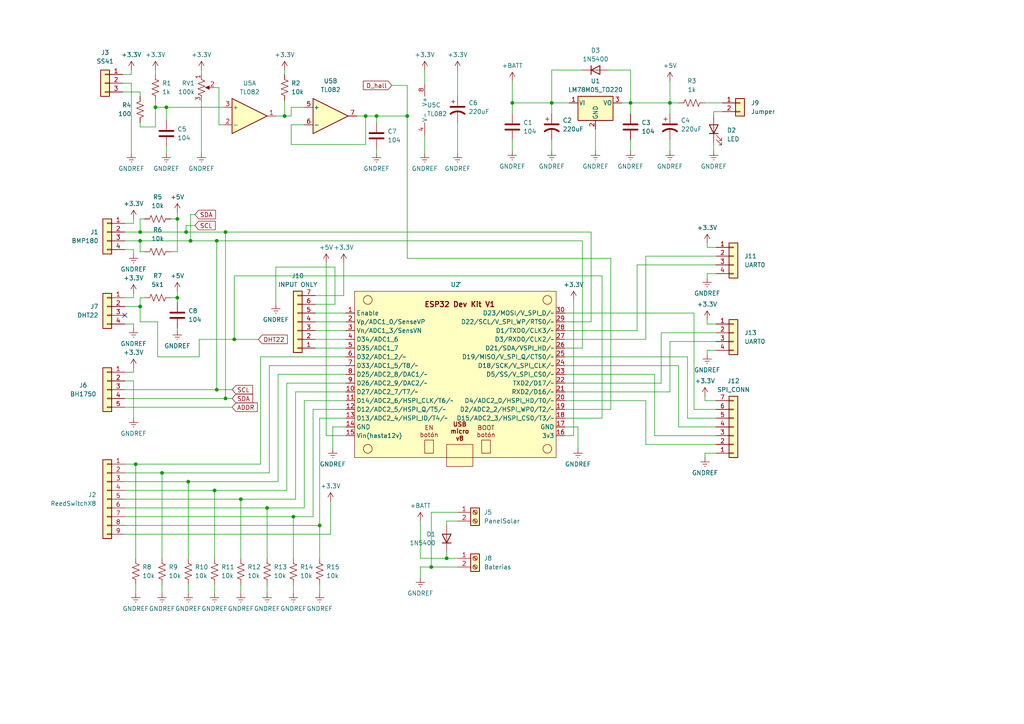
<source format=kicad_sch>
(kicad_sch (version 20230121) (generator eeschema)
  (paper "A4")
  (lib_symbols
    (symbol "Amplifier_Operational:TL082" (pin_names (offset 0.127))
      (property "Reference" "U" (at 0 5.08 0))
      (property "Value" "TL082" (at 0 -5.08 0))
      (symbol "TL082_1_1"
        (pin output line (at 7.62 0 180) (length 2.54) (name "~") (number "1"))
        (pin input line (at -7.62 -2.54 0) (length 2.54) (name "-") (number "2"))
        (pin input line (at -7.62 2.54 0) (length 2.54) (name "+") (number "3"))
      )
      (symbol "TL082_2_1"
        (pin input line (at -7.62 2.54 0) (length 2.54) (name "+") (number "5"))
        (pin input line (at -7.62 -2.54 0) (length 2.54) (name "-") (number "6"))
        (pin output line (at 7.62 0 180) (length 2.54) (name "~") (number "7"))
      )
      (symbol "TL082_3_1"
        (pin power_in line (at -2.54 -7.62 90) (length 3.81) (name "V-") (number "4"))
        (pin power_in line (at -2.54 7.62 270) (length 3.81) (name "V+") (number "8"))
      )
    )
    (symbol "Connector:Screw_Terminal_01x02" (pin_names (offset 1.016) hide)
      (property "Reference" "J" (at 0 2.54 0))
      (property "Value" "Screw_Terminal_01x02" (at 0 -5.08 0))
      (symbol "Screw_Terminal_01x02_1_1"
        (pin passive line (at -5.08 0 0) (length 3.81) (name "Pin_1") (number "1"))
        (pin passive line (at -5.08 -2.54 0) (length 3.81) (name "Pin_2") (number "2"))
      )
    )
    (symbol "Connector_Generic:Conn_01x02" (pin_names (offset 1.016) hide)
      (property "Reference" "J" (at 0 2.54 0))
      (property "Value" "Conn_01x02" (at 0 -5.08 0))
      (symbol "Conn_01x02_1_1"
        (pin passive line (at -5.08 0 0) (length 3.81) (name "Pin_1") (number "1"))
        (pin passive line (at -5.08 -2.54 0) (length 3.81) (name "Pin_2") (number "2"))
      )
    )
    (symbol "Connector_Generic:Conn_01x03" (pin_names (offset 1.016) hide)
      (property "Reference" "J" (at 0 5.08 0))
      (property "Value" "Conn_01x03" (at 0 -5.08 0))
      (symbol "Conn_01x03_1_1"
        (pin passive line (at -5.08 2.54 0) (length 3.81) (name "Pin_1") (number "1"))
        (pin passive line (at -5.08 0 0) (length 3.81) (name "Pin_2") (number "2"))
        (pin passive line (at -5.08 -2.54 0) (length 3.81) (name "Pin_3") (number "3"))
      )
    )
    (symbol "Connector_Generic:Conn_01x04" (pin_names (offset 1.016) hide)
      (property "Reference" "J" (at 0 5.08 0))
      (property "Value" "Conn_01x04" (at 0 -7.62 0))
      (symbol "Conn_01x04_1_1"
        (pin passive line (at -5.08 2.54 0) (length 3.81) (name "Pin_1") (number "1"))
        (pin passive line (at -5.08 0 0) (length 3.81) (name "Pin_2") (number "2"))
        (pin passive line (at -5.08 -2.54 0) (length 3.81) (name "Pin_3") (number "3"))
        (pin passive line (at -5.08 -5.08 0) (length 3.81) (name "Pin_4") (number "4"))
      )
    )
    (symbol "Connector_Generic:Conn_01x05" (pin_names (offset 1.016) hide)
      (property "Reference" "J" (at 0 7.62 0))
      (property "Value" "Conn_01x05" (at 0 -7.62 0))
      (symbol "Conn_01x05_1_1"
        (pin passive line (at -5.08 5.08 0) (length 3.81) (name "Pin_1") (number "1"))
        (pin passive line (at -5.08 2.54 0) (length 3.81) (name "Pin_2") (number "2"))
        (pin passive line (at -5.08 0 0) (length 3.81) (name "Pin_3") (number "3"))
        (pin passive line (at -5.08 -2.54 0) (length 3.81) (name "Pin_4") (number "4"))
        (pin passive line (at -5.08 -5.08 0) (length 3.81) (name "Pin_5") (number "5"))
      )
    )
    (symbol "Connector_Generic:Conn_01x07" (pin_names (offset 1.016) hide)
      (property "Reference" "J" (at 0 10.16 0))
      (property "Value" "Conn_01x07" (at 0 -10.16 0))
      (symbol "Conn_01x07_1_1"
        (pin passive line (at -5.08 7.62 0) (length 3.81) (name "Pin_1") (number "1"))
        (pin passive line (at -5.08 5.08 0) (length 3.81) (name "Pin_2") (number "2"))
        (pin passive line (at -5.08 2.54 0) (length 3.81) (name "Pin_3") (number "3"))
        (pin passive line (at -5.08 0 0) (length 3.81) (name "Pin_4") (number "4"))
        (pin passive line (at -5.08 -2.54 0) (length 3.81) (name "Pin_5") (number "5"))
        (pin passive line (at -5.08 -5.08 0) (length 3.81) (name "Pin_6") (number "6"))
        (pin passive line (at -5.08 -7.62 0) (length 3.81) (name "Pin_7") (number "7"))
      )
    )
    (symbol "Connector_Generic:Conn_01x09" (pin_names (offset 1.016) hide)
      (property "Reference" "J" (at 0 12.7 0))
      (property "Value" "Conn_01x09" (at 0 -12.7 0))
      (symbol "Conn_01x09_1_1"
        (pin passive line (at -5.08 10.16 0) (length 3.81) (name "Pin_1") (number "1"))
        (pin passive line (at -5.08 7.62 0) (length 3.81) (name "Pin_2") (number "2"))
        (pin passive line (at -5.08 5.08 0) (length 3.81) (name "Pin_3") (number "3"))
        (pin passive line (at -5.08 2.54 0) (length 3.81) (name "Pin_4") (number "4"))
        (pin passive line (at -5.08 0 0) (length 3.81) (name "Pin_5") (number "5"))
        (pin passive line (at -5.08 -2.54 0) (length 3.81) (name "Pin_6") (number "6"))
        (pin passive line (at -5.08 -5.08 0) (length 3.81) (name "Pin_7") (number "7"))
        (pin passive line (at -5.08 -7.62 0) (length 3.81) (name "Pin_8") (number "8"))
        (pin passive line (at -5.08 -10.16 0) (length 3.81) (name "Pin_9") (number "9"))
      )
    )
    (symbol "Device:C" (pin_numbers hide) (pin_names (offset 0.254))
      (property "Reference" "C" (at 0.635 2.54 0))
      (property "Value" "C" (at 0.635 -2.54 0))
      (symbol "C_1_1"
        (pin passive line (at 0 3.81 270) (length 2.794) (name "~") (number "1"))
        (pin passive line (at 0 -3.81 90) (length 2.794) (name "~") (number "2"))
      )
    )
    (symbol "Device:C_Polarized_US" (pin_numbers hide) (pin_names (offset 0.254) hide)
      (property "Reference" "C" (at 0.635 2.54 0))
      (property "Value" "C_Polarized_US" (at 0.635 -2.54 0))
      (symbol "C_Polarized_US_1_1"
        (pin passive line (at 0 3.81 270) (length 2.794) (name "~") (number "1"))
        (pin passive line (at 0 -3.81 90) (length 3.302) (name "~") (number "2"))
      )
    )
    (symbol "Device:LED" (pin_numbers hide) (pin_names (offset 1.016) hide)
      (property "Reference" "D" (at 0 2.54 0))
      (property "Value" "LED" (at 0 -2.54 0))
      (symbol "LED_1_1"
        (pin passive line (at -3.81 0 0) (length 2.54) (name "K") (number "1"))
        (pin passive line (at 3.81 0 180) (length 2.54) (name "A") (number "2"))
      )
    )
    (symbol "Device:R_Potentiometer_US" (pin_names (offset 1.016) hide)
      (property "Reference" "RV" (at -4.445 0 90))
      (property "Value" "R_Potentiometer_US" (at -2.54 0 90))
      (symbol "R_Potentiometer_US_1_1"
        (pin passive line (at 0 3.81 270) (length 1.27) (name "1") (number "1"))
        (pin passive line (at 3.81 0 180) (length 1.27) (name "2") (number "2"))
        (pin passive line (at 0 -3.81 90) (length 1.27) (name "3") (number "3"))
      )
    )
    (symbol "Device:R_US" (pin_numbers hide) (pin_names (offset 0))
      (property "Reference" "R" (at 2.54 0 90))
      (property "Value" "R_US" (at -2.54 0 90))
      (symbol "R_US_1_1"
        (pin passive line (at 0 3.81 270) (length 1.27) (name "~") (number "1"))
        (pin passive line (at 0 -3.81 90) (length 1.27) (name "~") (number "2"))
      )
    )
    (symbol "Diode:1N5400" (pin_numbers hide) (pin_names hide)
      (property "Reference" "D" (at 0 2.54 0))
      (property "Value" "1N5400" (at 0 -2.54 0))
      (symbol "1N5400_1_1"
        (pin passive line (at -3.81 0 0) (length 2.54) (name "K") (number "1"))
        (pin passive line (at 3.81 0 180) (length 2.54) (name "A") (number "2"))
      )
    )
    (symbol "EME:ESP32_DevKit_V1"
      (property "Reference" "U" (at 0 0 0))
      (symbol "ESP32_DevKit_V1_1_1"
        (text "BOOT\nbotón\n" (at 7.62 -43.18 0) (effects (font (size 1.27 1.27))))
        (text "EN\nbotón\n" (at -8.89 -43.18 0) (effects (font (size 1.27 1.27))))
        (text "ESP32 Dev Kit V1\n" (at 0 -6.35 0) (effects (font (size 1.5 1.5) bold)))
        (text "USB\nmicro\nv8\n" (at 0 -43.18 0) (effects (font (size 1.27 1.27) bold)))
        (pin input line (at -33.02 -8.89 0) (length 2.54) (name "Enable") (number "1"))
        (pin bidirectional line (at -33.02 -31.75 0) (length 2.54) (name "D27/ADC2_7/T7/~") (number "10"))
        (pin bidirectional line (at -33.02 -34.29 0) (length 2.54) (name "D14/ADC2_6/HSPI_CLK/T6/~") (number "11"))
        (pin bidirectional line (at -33.02 -36.83 0) (length 2.54) (name "D12/ADC2_5/HSPI_Q/T5/~") (number "12"))
        (pin bidirectional line (at -33.02 -39.37 0) (length 2.54) (name "D13/ADC2_4/HSPI_ID/T4/~") (number "13"))
        (pin power_out line (at -33.02 -41.91 0) (length 2.54) (name "GND") (number "14"))
        (pin power_in line (at -33.02 -44.45 0) (length 2.54) (name "Vin(hasta12v)") (number "15"))
        (pin power_out line (at 30.48 -44.45 180) (length 2.54) (name "3v3") (number "16"))
        (pin power_in line (at 30.48 -41.91 180) (length 2.54) (name "GND") (number "17"))
        (pin bidirectional line (at 30.48 -39.37 180) (length 2.54) (name "D15/ADC2_3/HSPI_CS0/T3/~") (number "18"))
        (pin bidirectional line (at 30.48 -36.83 180) (length 2.54) (name "D2/ADC2_2/HSPI_WP0/T2/~") (number "19"))
        (pin input line (at -33.02 -11.43 0) (length 2.54) (name "Vp/ADC1_0/SenseVP") (number "2"))
        (pin bidirectional line (at 30.48 -34.29 180) (length 2.54) (name "D4/ADC2_0/HSPI_HD/T0/~") (number "20"))
        (pin bidirectional line (at 30.48 -31.75 180) (length 2.54) (name "RXD2/D16/~") (number "21"))
        (pin bidirectional line (at 30.48 -29.21 180) (length 2.54) (name "TXD2/D17/~") (number "22"))
        (pin bidirectional line (at 30.48 -26.67 180) (length 2.54) (name "D5/SS/V_SPI_CS0/~") (number "23"))
        (pin bidirectional line (at 30.48 -24.13 180) (length 2.54) (name "D18/SCK/V_SPI_CLK/~") (number "24"))
        (pin bidirectional line (at 30.48 -21.59 180) (length 2.54) (name "D19/MISO/V_SPI_Q/CTS0/~") (number "25"))
        (pin bidirectional line (at 30.48 -19.05 180) (length 2.54) (name "D21/SDA/VSPI_HD/~") (number "26"))
        (pin bidirectional line (at 30.48 -16.51 180) (length 2.54) (name "D3/RXD0/CLK2/~") (number "27"))
        (pin bidirectional line (at 30.48 -13.97 180) (length 2.54) (name "D1/TXD0/CLK3/~") (number "28"))
        (pin bidirectional line (at 30.48 -11.43 180) (length 2.54) (name "D22/SCL/V_SPI_WP/RTS0/~") (number "29"))
        (pin input line (at -33.02 -13.97 0) (length 2.54) (name "Vn/ADC1_3/SensVN") (number "3"))
        (pin bidirectional line (at 30.48 -8.89 180) (length 2.54) (name "D23/MOSI/V_SPI_D/~") (number "30"))
        (pin input line (at -33.02 -16.51 0) (length 2.54) (name "D34/ADC1_6") (number "4"))
        (pin input line (at -33.02 -19.05 0) (length 2.54) (name "D35/ADC1_7") (number "5"))
        (pin bidirectional line (at -33.02 -21.59 0) (length 2.54) (name "D32/ADC1_2/~") (number "6"))
        (pin bidirectional line (at -33.02 -24.13 0) (length 2.54) (name "D33/ADC1_5/T8/~") (number "7"))
        (pin bidirectional line (at -33.02 -26.67 0) (length 2.54) (name "D25/ADC2_8/DAC1/~") (number "8"))
        (pin bidirectional line (at -33.02 -29.21 0) (length 2.54) (name "D26/ADC2_9/DAC2/~") (number "9"))
      )
    )
    (symbol "Regulator_Linear:LM78M05_TO220" (pin_names (offset 0.254))
      (property "Reference" "U" (at -3.81 3.175 0))
      (property "Value" "LM78M05_TO220" (at 0 3.175 0))
      (symbol "LM78M05_TO220_1_1"
        (pin power_in line (at -7.62 0 0) (length 2.54) (name "VI") (number "1"))
        (pin power_in line (at 0 -7.62 90) (length 2.54) (name "GND") (number "2"))
        (pin power_out line (at 7.62 0 180) (length 2.54) (name "VO") (number "3"))
      )
    )
    (symbol "power:+3.3V" (power) (pin_names (offset 0))
      (property "Value" "+3.3V" (at 0 3.556 0))
      (symbol "+3.3V_1_1"
        (pin power_in line (at 0 0 90) (length 0) hide (name "+3.3V") (number "1"))
      )
    )
    (symbol "power:+5V" (power) (pin_names (offset 0))
      (property "Value" "+5V" (at 0 3.556 0))
      (symbol "+5V_1_1"
        (pin power_in line (at 0 0 90) (length 0) hide (name "+5V") (number "1"))
      )
    )
    (symbol "power:+BATT" (power) (pin_names (offset 0))
      (property "Value" "+BATT" (at 0 3.556 0))
      (symbol "+BATT_1_1"
        (pin power_in line (at 0 0 90) (length 0) hide (name "+BATT") (number "1"))
      )
    )
    (symbol "power:GNDREF" (power) (pin_names (offset 0))
      (property "Value" "GNDREF" (at 0 -3.81 0))
      (symbol "GNDREF_1_1"
        (pin power_in line (at 0 0 270) (length 0) hide (name "GNDREF") (number "1"))
      )
    )
  )
  (junction (at 85.09 149.86))
  (junction (at 92.71 152.4))
  (junction (at 48.26 31.115))
  (junction (at 53.975 67.31))
  (junction (at 148.59 29.845))
  (junction (at 77.47 147.32))
  (junction (at 62.865 113.03))
  (junction (at 160.02 29.845))
  (junction (at 40.64 67.31))
  (junction (at 40.64 69.85))
  (junction (at 46.99 137.16))
  (junction (at 62.865 69.85))
  (junction (at 67.945 98.425))
  (junction (at 51.435 86.36))
  (junction (at 129.54 161.925))
  (junction (at 106.045 33.655))
  (junction (at 65.405 67.31))
  (junction (at 182.88 29.845))
  (junction (at 62.23 142.24))
  (junction (at 54.61 139.7))
  (junction (at 118.11 33.655))
  (junction (at 82.55 33.655))
  (junction (at 125.095 164.465))
  (junction (at 65.405 115.57))
  (junction (at 109.22 33.655))
  (junction (at 55.245 69.85))
  (junction (at 69.85 144.78))
  (junction (at 40.64 88.9))
  (junction (at 51.435 63.5))
  (junction (at 39.37 134.62))
  (junction (at 45.085 31.115))
  (junction (at 194.31 29.845))
  (no_connect (at 36.195 91.44))
  (wire (pts (xy 53.975 65.405) (xy 53.975 67.31)))
  (wire (pts (xy 36.195 115.57) (xy 65.405 115.57)))
  (wire (pts (xy 91.44 93.345) (xy 100.33 93.345)))
  (wire (pts (xy 184.785 76.835) (xy 207.645 76.835)))
  (wire (pts (xy 125.095 148.59) (xy 125.095 164.465)))
  (wire (pts (xy 62.23 142.24) (xy 62.23 161.925)))
  (wire (pts (xy 38.735 86.36) (xy 36.195 86.36)))
  (wire (pts (xy 80.645 139.7) (xy 80.645 108.585)))
  (wire (pts (xy 84.455 33.655) (xy 82.55 33.655)))
  (wire (pts (xy 85.09 169.545) (xy 85.09 172.085)))
  (wire (pts (xy 51.435 73.025) (xy 51.435 63.5)))
  (wire (pts (xy 36.195 134.62) (xy 39.37 134.62)))
  (wire (pts (xy 62.865 69.85) (xy 62.865 113.03)))
  (wire (pts (xy 95.885 145.415) (xy 95.885 154.94)))
  (wire (pts (xy 160.02 40.64) (xy 160.02 43.815)))
  (wire (pts (xy 36.195 149.86) (xy 85.09 149.86)))
  (wire (pts (xy 121.92 164.465) (xy 121.92 167.64)))
  (wire (pts (xy 163.83 106.045) (xy 196.85 106.045)))
  (wire (pts (xy 91.44 95.885) (xy 100.33 95.885)))
  (wire (pts (xy 80.645 108.585) (xy 100.33 108.585)))
  (wire (pts (xy 194.31 29.845) (xy 196.85 29.845)))
  (wire (pts (xy 41.91 63.5) (xy 40.64 63.5)))
  (wire (pts (xy 106.045 33.655) (xy 103.505 33.655)))
  (wire (pts (xy 82.55 20.32) (xy 82.55 21.59)))
  (wire (pts (xy 123.19 39.37) (xy 123.19 44.45)))
  (wire (pts (xy 194.31 40.64) (xy 194.31 43.815)))
  (wire (pts (xy 129.54 151.13) (xy 129.54 152.4)))
  (wire (pts (xy 36.195 147.32) (xy 77.47 147.32)))
  (wire (pts (xy 109.22 33.655) (xy 109.22 35.56)))
  (wire (pts (xy 69.85 144.78) (xy 69.85 161.925)))
  (wire (pts (xy 88.265 147.32) (xy 88.265 116.205)))
  (wire (pts (xy 171.45 93.345) (xy 171.45 67.31)))
  (wire (pts (xy 85.725 144.78) (xy 85.725 113.665)))
  (wire (pts (xy 41.91 73.025) (xy 40.64 73.025)))
  (wire (pts (xy 132.715 148.59) (xy 125.095 148.59)))
  (wire (pts (xy 69.85 169.545) (xy 69.85 172.085)))
  (wire (pts (xy 78.105 106.045) (xy 100.33 106.045)))
  (wire (pts (xy 57.785 98.425) (xy 67.945 98.425)))
  (wire (pts (xy 38.735 107.95) (xy 36.195 107.95)))
  (wire (pts (xy 118.11 74.93) (xy 118.11 33.655)))
  (wire (pts (xy 96.52 123.825) (xy 96.52 130.175)))
  (wire (pts (xy 65.405 115.57) (xy 67.31 115.57)))
  (wire (pts (xy 194.31 33.02) (xy 194.31 29.845)))
  (wire (pts (xy 75.565 103.505) (xy 100.33 103.505)))
  (wire (pts (xy 182.88 29.845) (xy 182.88 33.02)))
  (wire (pts (xy 36.195 118.11) (xy 67.31 118.11)))
  (wire (pts (xy 205.105 93.98) (xy 207.645 93.98)))
  (wire (pts (xy 168.91 69.85) (xy 62.865 69.85)))
  (wire (pts (xy 91.44 100.965) (xy 100.33 100.965)))
  (wire (pts (xy 46.99 137.16) (xy 78.105 137.16)))
  (wire (pts (xy 109.22 43.18) (xy 109.22 44.45)))
  (wire (pts (xy 125.095 164.465) (xy 121.92 164.465)))
  (wire (pts (xy 38.1 24.13) (xy 38.1 44.45)))
  (wire (pts (xy 38.1 20.32) (xy 38.1 21.59)))
  (wire (pts (xy 91.44 90.805) (xy 100.33 90.805)))
  (wire (pts (xy 96.52 123.825) (xy 100.33 123.825)))
  (wire (pts (xy 204.47 116.205) (xy 207.645 116.205)))
  (wire (pts (xy 62.865 69.85) (xy 55.245 69.85)))
  (wire (pts (xy 77.47 169.545) (xy 77.47 172.085)))
  (wire (pts (xy 184.785 95.885) (xy 184.785 76.835)))
  (wire (pts (xy 118.11 24.765) (xy 118.11 33.655)))
  (wire (pts (xy 77.47 147.32) (xy 77.47 161.925)))
  (wire (pts (xy 40.64 67.31) (xy 53.975 67.31)))
  (wire (pts (xy 91.44 98.425) (xy 100.33 98.425)))
  (wire (pts (xy 204.47 29.845) (xy 209.55 29.845)))
  (wire (pts (xy 172.72 37.465) (xy 172.72 43.815)))
  (wire (pts (xy 163.83 121.285) (xy 174.625 121.285)))
  (wire (pts (xy 163.83 116.205) (xy 187.325 116.205)))
  (wire (pts (xy 191.77 96.52) (xy 191.77 111.125)))
  (wire (pts (xy 38.735 72.39) (xy 38.735 73.66)))
  (wire (pts (xy 168.91 20.32) (xy 160.02 20.32)))
  (wire (pts (xy 40.64 26.67) (xy 40.64 27.94)))
  (wire (pts (xy 56.515 65.405) (xy 53.975 65.405)))
  (wire (pts (xy 63.5 25.4) (xy 62.23 25.4)))
  (wire (pts (xy 174.625 80.01) (xy 67.945 80.01)))
  (wire (pts (xy 35.56 24.13) (xy 38.1 24.13)))
  (wire (pts (xy 54.61 139.7) (xy 80.645 139.7)))
  (wire (pts (xy 78.105 137.16) (xy 78.105 106.045)))
  (wire (pts (xy 163.83 118.745) (xy 177.165 118.745)))
  (wire (pts (xy 48.26 31.115) (xy 45.085 31.115)))
  (wire (pts (xy 36.195 152.4) (xy 92.71 152.4)))
  (wire (pts (xy 207.645 79.375) (xy 205.105 79.375)))
  (wire (pts (xy 196.85 106.045) (xy 196.85 123.825)))
  (wire (pts (xy 207.645 126.365) (xy 189.865 126.365)))
  (wire (pts (xy 62.23 142.24) (xy 83.185 142.24)))
  (wire (pts (xy 205.105 70.485) (xy 205.105 71.755)))
  (wire (pts (xy 163.83 95.885) (xy 184.785 95.885)))
  (wire (pts (xy 85.725 113.665) (xy 100.33 113.665)))
  (wire (pts (xy 36.195 67.31) (xy 40.64 67.31)))
  (wire (pts (xy 54.61 139.7) (xy 54.61 161.925)))
  (wire (pts (xy 207.01 41.275) (xy 207.01 43.815)))
  (wire (pts (xy 205.105 101.6) (xy 205.105 102.87)))
  (wire (pts (xy 58.42 29.21) (xy 58.42 44.45)))
  (wire (pts (xy 167.64 123.825) (xy 167.64 130.175)))
  (wire (pts (xy 67.945 98.425) (xy 74.93 98.425)))
  (wire (pts (xy 182.88 40.64) (xy 182.88 43.815)))
  (wire (pts (xy 166.37 126.365) (xy 163.83 126.365)))
  (wire (pts (xy 205.105 71.755) (xy 207.645 71.755)))
  (wire (pts (xy 83.185 111.125) (xy 100.33 111.125)))
  (wire (pts (xy 41.91 86.36) (xy 40.64 86.36)))
  (wire (pts (xy 148.59 33.02) (xy 148.59 29.845)))
  (wire (pts (xy 92.71 169.545) (xy 92.71 172.085)))
  (wire (pts (xy 90.805 118.745) (xy 100.33 118.745)))
  (wire (pts (xy 123.19 20.32) (xy 123.19 24.13)))
  (wire (pts (xy 125.095 164.465) (xy 132.715 164.465)))
  (wire (pts (xy 160.02 20.32) (xy 160.02 29.845)))
  (wire (pts (xy 207.01 32.385) (xy 207.01 33.655)))
  (wire (pts (xy 45.085 36.83) (xy 40.64 36.83)))
  (wire (pts (xy 148.59 23.495) (xy 148.59 29.845)))
  (wire (pts (xy 40.64 73.025) (xy 40.64 69.85)))
  (wire (pts (xy 85.09 149.86) (xy 85.09 161.925)))
  (wire (pts (xy 36.195 113.03) (xy 62.865 113.03)))
  (wire (pts (xy 38.735 93.98) (xy 38.735 95.25)))
  (wire (pts (xy 36.195 154.94) (xy 95.885 154.94)))
  (wire (pts (xy 48.26 42.545) (xy 48.26 44.45)))
  (wire (pts (xy 51.435 84.455) (xy 51.435 86.36)))
  (wire (pts (xy 187.325 128.905) (xy 207.645 128.905)))
  (wire (pts (xy 129.54 161.925) (xy 121.92 161.925)))
  (wire (pts (xy 163.83 103.505) (xy 199.39 103.505)))
  (wire (pts (xy 36.195 88.9) (xy 40.64 88.9)))
  (wire (pts (xy 163.83 93.345) (xy 171.45 93.345)))
  (wire (pts (xy 82.55 33.655) (xy 80.01 33.655)))
  (wire (pts (xy 38.735 63.5) (xy 38.735 64.77)))
  (wire (pts (xy 163.83 100.965) (xy 168.91 100.965)))
  (wire (pts (xy 62.865 113.03) (xy 67.31 113.03)))
  (wire (pts (xy 39.37 134.62) (xy 75.565 134.62)))
  (wire (pts (xy 205.105 92.71) (xy 205.105 93.98)))
  (wire (pts (xy 209.55 32.385) (xy 207.01 32.385)))
  (wire (pts (xy 46.99 137.16) (xy 46.99 161.925)))
  (wire (pts (xy 36.195 69.85) (xy 40.64 69.85)))
  (wire (pts (xy 106.045 41.91) (xy 106.045 33.655)))
  (wire (pts (xy 84.455 31.115) (xy 84.455 33.655)))
  (wire (pts (xy 99.695 85.725) (xy 99.695 76.2)))
  (wire (pts (xy 187.325 74.295) (xy 207.645 74.295)))
  (wire (pts (xy 207.645 131.445) (xy 204.47 131.445)))
  (wire (pts (xy 85.09 149.86) (xy 90.805 149.86)))
  (wire (pts (xy 196.85 123.825) (xy 207.645 123.825)))
  (wire (pts (xy 194.31 99.06) (xy 207.645 99.06)))
  (wire (pts (xy 91.44 85.725) (xy 99.695 85.725)))
  (wire (pts (xy 65.405 67.31) (xy 171.45 67.31)))
  (wire (pts (xy 40.64 88.9) (xy 40.64 86.36)))
  (wire (pts (xy 36.195 93.98) (xy 38.735 93.98)))
  (wire (pts (xy 49.53 86.36) (xy 51.435 86.36)))
  (wire (pts (xy 49.53 73.025) (xy 51.435 73.025)))
  (wire (pts (xy 58.42 20.32) (xy 58.42 21.59)))
  (wire (pts (xy 84.455 41.91) (xy 106.045 41.91)))
  (wire (pts (xy 92.71 152.4) (xy 92.71 161.925)))
  (wire (pts (xy 80.01 77.47) (xy 97.155 77.47)))
  (wire (pts (xy 45.085 29.21) (xy 45.085 31.115)))
  (wire (pts (xy 148.59 29.845) (xy 160.02 29.845)))
  (wire (pts (xy 38.735 85.09) (xy 38.735 86.36)))
  (wire (pts (xy 88.265 31.115) (xy 84.455 31.115)))
  (wire (pts (xy 67.945 80.01) (xy 67.945 98.425)))
  (wire (pts (xy 39.37 169.545) (xy 39.37 172.085)))
  (wire (pts (xy 207.645 101.6) (xy 205.105 101.6)))
  (wire (pts (xy 160.02 29.845) (xy 160.02 33.02)))
  (wire (pts (xy 189.865 108.585) (xy 163.83 108.585)))
  (wire (pts (xy 80.01 88.265) (xy 80.01 77.47)))
  (wire (pts (xy 38.735 106.68) (xy 38.735 107.95)))
  (wire (pts (xy 45.72 103.505) (xy 57.785 103.505)))
  (wire (pts (xy 201.295 90.805) (xy 201.295 118.745)))
  (wire (pts (xy 55.245 69.85) (xy 55.245 62.23)))
  (wire (pts (xy 36.195 137.16) (xy 46.99 137.16)))
  (wire (pts (xy 90.805 149.86) (xy 90.805 118.745)))
  (wire (pts (xy 55.245 62.23) (xy 56.515 62.23)))
  (wire (pts (xy 163.83 90.805) (xy 201.295 90.805)))
  (wire (pts (xy 109.22 33.655) (xy 118.11 33.655)))
  (wire (pts (xy 38.735 110.49) (xy 38.735 121.285)))
  (wire (pts (xy 163.83 113.665) (xy 194.31 113.665)))
  (wire (pts (xy 82.55 29.21) (xy 82.55 33.655)))
  (wire (pts (xy 167.64 123.825) (xy 163.83 123.825)))
  (wire (pts (xy 48.26 31.115) (xy 48.26 34.925)))
  (wire (pts (xy 88.265 116.205) (xy 100.33 116.205)))
  (wire (pts (xy 83.185 142.24) (xy 83.185 111.125)))
  (wire (pts (xy 40.64 36.83) (xy 40.64 35.56)))
  (wire (pts (xy 113.665 24.765) (xy 118.11 24.765)))
  (wire (pts (xy 40.64 88.9) (xy 40.64 93.345)))
  (wire (pts (xy 177.165 118.745) (xy 177.165 74.93)))
  (wire (pts (xy 77.47 147.32) (xy 88.265 147.32)))
  (wire (pts (xy 168.91 100.965) (xy 168.91 69.85)))
  (wire (pts (xy 207.645 96.52) (xy 191.77 96.52)))
  (wire (pts (xy 40.64 93.345) (xy 45.72 93.345)))
  (wire (pts (xy 36.195 142.24) (xy 62.23 142.24)))
  (wire (pts (xy 204.47 114.935) (xy 204.47 116.205)))
  (wire (pts (xy 94.615 126.365) (xy 100.33 126.365)))
  (wire (pts (xy 97.155 77.47) (xy 97.155 88.265)))
  (wire (pts (xy 36.195 139.7) (xy 54.61 139.7)))
  (wire (pts (xy 84.455 36.195) (xy 84.455 41.91)))
  (wire (pts (xy 129.54 161.925) (xy 129.54 160.02)))
  (wire (pts (xy 64.77 36.195) (xy 63.5 36.195)))
  (wire (pts (xy 163.83 98.425) (xy 187.325 98.425)))
  (wire (pts (xy 199.39 103.505) (xy 199.39 121.285)))
  (wire (pts (xy 194.31 29.845) (xy 182.88 29.845)))
  (wire (pts (xy 38.1 21.59) (xy 35.56 21.59)))
  (wire (pts (xy 45.085 31.115) (xy 45.085 36.83)))
  (wire (pts (xy 62.23 169.545) (xy 62.23 172.085)))
  (wire (pts (xy 166.37 86.995) (xy 166.37 126.365)))
  (wire (pts (xy 132.715 151.13) (xy 129.54 151.13)))
  (wire (pts (xy 75.565 134.62) (xy 75.565 103.505)))
  (wire (pts (xy 194.31 113.665) (xy 194.31 99.06)))
  (wire (pts (xy 182.88 29.845) (xy 180.34 29.845)))
  (wire (pts (xy 194.31 23.495) (xy 194.31 29.845)))
  (wire (pts (xy 92.71 121.285) (xy 100.33 121.285)))
  (wire (pts (xy 38.735 64.77) (xy 36.195 64.77)))
  (wire (pts (xy 204.47 131.445) (xy 204.47 132.715)))
  (wire (pts (xy 174.625 121.285) (xy 174.625 80.01)))
  (wire (pts (xy 51.435 95.25) (xy 51.435 95.885)))
  (wire (pts (xy 201.295 118.745) (xy 207.645 118.745)))
  (wire (pts (xy 160.02 29.845) (xy 165.1 29.845)))
  (wire (pts (xy 121.92 161.925) (xy 121.92 151.13)))
  (wire (pts (xy 187.325 116.205) (xy 187.325 128.905)))
  (wire (pts (xy 46.99 169.545) (xy 46.99 172.085)))
  (wire (pts (xy 191.77 111.125) (xy 163.83 111.125)))
  (wire (pts (xy 69.85 144.78) (xy 85.725 144.78)))
  (wire (pts (xy 189.865 126.365) (xy 189.865 108.585)))
  (wire (pts (xy 92.71 152.4) (xy 92.71 121.285)))
  (wire (pts (xy 177.165 74.93) (xy 118.11 74.93)))
  (wire (pts (xy 36.195 72.39) (xy 38.735 72.39)))
  (wire (pts (xy 182.88 20.32) (xy 182.88 29.845)))
  (wire (pts (xy 57.785 103.505) (xy 57.785 98.425)))
  (wire (pts (xy 148.59 40.64) (xy 148.59 43.815)))
  (wire (pts (xy 88.265 36.195) (xy 84.455 36.195)))
  (wire (pts (xy 45.72 93.345) (xy 45.72 103.505)))
  (wire (pts (xy 187.325 98.425) (xy 187.325 74.295)))
  (wire (pts (xy 39.37 134.62) (xy 39.37 161.925)))
  (wire (pts (xy 64.77 31.115) (xy 48.26 31.115)))
  (wire (pts (xy 40.64 63.5) (xy 40.64 67.31)))
  (wire (pts (xy 36.195 110.49) (xy 38.735 110.49)))
  (wire (pts (xy 65.405 67.31) (xy 65.405 115.57)))
  (wire (pts (xy 40.64 69.85) (xy 55.245 69.85)))
  (wire (pts (xy 51.435 86.36) (xy 51.435 87.63)))
  (wire (pts (xy 94.615 76.2) (xy 94.615 126.365)))
  (wire (pts (xy 132.715 161.925) (xy 129.54 161.925)))
  (wire (pts (xy 36.195 144.78) (xy 69.85 144.78)))
  (wire (pts (xy 35.56 26.67) (xy 40.64 26.67)))
  (wire (pts (xy 63.5 36.195) (xy 63.5 25.4)))
  (wire (pts (xy 205.105 79.375) (xy 205.105 80.645)))
  (wire (pts (xy 199.39 121.285) (xy 207.645 121.285)))
  (wire (pts (xy 106.045 33.655) (xy 109.22 33.655)))
  (wire (pts (xy 45.085 20.32) (xy 45.085 21.59)))
  (wire (pts (xy 49.53 63.5) (xy 51.435 63.5)))
  (wire (pts (xy 132.715 35.56) (xy 132.715 44.45)))
  (wire (pts (xy 54.61 169.545) (xy 54.61 172.085)))
  (wire (pts (xy 51.435 61.595) (xy 51.435 63.5)))
  (wire (pts (xy 132.715 20.32) (xy 132.715 27.94)))
  (wire (pts (xy 176.53 20.32) (xy 182.88 20.32)))
  (wire (pts (xy 53.975 67.31) (xy 65.405 67.31)))
  (wire (pts (xy 97.155 88.265) (xy 91.44 88.265)))
  (global_label "SCL" (shape input) (at 67.31 113.03 0) (property "Intersheetrefs" "${INTERSHEET_REFS}" (effects hide)))
  (global_label "SCL" (shape input) (at 56.515 65.405 0) (property "Intersheetrefs" "${INTERSHEET_REFS}" (effects hide)))
  (global_label "DHT22" (shape input) (at 74.93 98.425 0) (property "Intersheetrefs" "${INTERSHEET_REFS}" (effects hide)))
  (global_label "D_hall" (shape input) (at 113.665 24.765 180) (property "Intersheetrefs" "${INTERSHEET_REFS}" (effects hide)))
  (global_label "SDA" (shape input) (at 67.31 115.57 0) (property "Intersheetrefs" "${INTERSHEET_REFS}" (effects hide)))
  (global_label "ADDR" (shape input) (at 67.31 118.11 0) (property "Intersheetrefs" "${INTERSHEET_REFS}" (effects hide)))
  (global_label "SDA" (shape input) (at 56.515 62.23 0) (property "Intersheetrefs" "${INTERSHEET_REFS}" (effects hide)))
  (symbol (lib_id "power:GNDREF") (at 39.37 172.085 0) (unit 1)
    (property "Reference" "#PWR013" (effects hide))
    (property "Value" "GNDREF" (at 39.37 176.53 0))
  )
  (symbol (lib_id "Device:R_US") (at 54.61 165.735 0) (unit 1)
    (property "Reference" "R10" (at 56.515 164.465 0) (effects (justify left)))
    (property "Value" "10k" (at 56.515 167.005 0) (effects (justify left)))
    (property "Footprint" "Resistor_THT:R_Axial_DIN0207_L6.3mm_D2.5mm_P10.16mm_Horizontal" (effects hide))
  )
  (symbol (lib_id "Connector_Generic:Conn_01x07") (at 212.725 123.825 0) (mirror x) (unit 1)
    (property "Reference" "J12" (at 212.725 110.49 0))
    (property "Value" "SPI_CONN" (at 212.725 113.03 0))
    (property "Footprint" "Connector_PinHeader_2.54mm:PinHeader_1x07_P2.54mm_Vertical" (effects hide))
  )
  (symbol (lib_id "power:GNDREF") (at 205.105 80.645 0) (mirror y) (unit 1)
    (property "Reference" "#PWR048" (effects hide))
    (property "Value" "GNDREF" (at 205.105 85.09 0))
  )
  (symbol (lib_id "Amplifier_Operational:TL082") (at 72.39 33.655 0) (unit 1)
    (property "Reference" "U5" (at 72.39 24.13 0))
    (property "Value" "TL082" (at 72.39 26.67 0))
    (property "Footprint" "Package_DIP:DIP-8_W7.62mm_LongPads" (effects hide))
    (property "Datasheet" "http://www.ti.com/lit/ds/symlink/tl081.pdf" (effects hide))
  )
  (symbol (lib_id "Amplifier_Operational:TL082") (at 125.73 31.75 0) (unit 3)
    (property "Reference" "U5" (at 123.825 30.48 0) (effects (justify left)))
    (property "Value" "TL082" (at 123.825 33.02 0) (effects (justify left)))
    (property "Footprint" "Package_DIP:DIP-8_W7.62mm_LongPads" (effects hide))
    (property "Datasheet" "http://www.ti.com/lit/ds/symlink/tl081.pdf" (effects hide))
  )
  (symbol (lib_id "Device:C_Polarized_US") (at 132.715 31.75 0) (unit 1)
    (property "Reference" "C6" (at 135.89 29.845 0) (effects (justify left)))
    (property "Value" "220uF" (at 135.89 32.385 0) (effects (justify left)))
    (property "Footprint" "Capacitor_THT:C_Radial_D8.0mm_H11.5mm_P3.50mm" (effects hide))
  )
  (symbol (lib_id "power:GNDREF") (at 172.72 43.815 0) (unit 1)
    (property "Reference" "#PWR08" (effects hide))
    (property "Value" "GNDREF" (at 172.72 48.26 0))
  )
  (symbol (lib_id "power:+5V") (at 194.31 23.495 0) (unit 1)
    (property "Reference" "#PWR03" (effects hide))
    (property "Value" "+5V" (at 194.31 19.05 0))
  )
  (symbol (lib_id "power:GNDREF") (at 167.64 130.175 0) (mirror y) (unit 1)
    (property "Reference" "#PWR036" (effects hide))
    (property "Value" "GNDREF" (at 167.64 134.62 0))
  )
  (symbol (lib_id "Device:R_US") (at 62.23 165.735 0) (unit 1)
    (property "Reference" "R11" (at 64.135 164.465 0) (effects (justify left)))
    (property "Value" "10k" (at 64.135 167.005 0) (effects (justify left)))
    (property "Footprint" "Resistor_THT:R_Axial_DIN0207_L6.3mm_D2.5mm_P10.16mm_Horizontal" (effects hide))
  )
  (symbol (lib_id "power:+5V") (at 51.435 61.595 0) (unit 1)
    (property "Reference" "#PWR031" (effects hide))
    (property "Value" "+5V" (at 51.435 57.15 0))
  )
  (symbol (lib_id "power:+5V") (at 94.615 76.2 0) (unit 1)
    (property "Reference" "#PWR035" (effects hide))
    (property "Value" "+5V" (at 94.615 71.755 0))
  )
  (symbol (lib_id "Diode:1N5400") (at 172.72 20.32 0) (unit 1)
    (property "Reference" "D3" (at 172.72 14.605 0))
    (property "Value" "1N5400" (at 172.72 17.145 0))
    (property "Footprint" "Diode_THT:D_DO-201AD_P15.24mm_Horizontal" (effects hide))
    (property "Datasheet" "http://www.vishay.com/docs/88516/1n5400.pdf" (effects hide))
    (property "Sim.Device" "D" (effects hide))
    (property "Sim.Pins" "1=K 2=A" (effects hide))
  )
  (symbol (lib_id "power:+BATT") (at 121.92 151.13 0) (mirror y) (unit 1)
    (property "Reference" "#PWR02" (effects hide))
    (property "Value" "+BATT" (at 121.92 146.685 0))
  )
  (symbol (lib_id "power:GNDREF") (at 38.735 95.25 0) (unit 1)
    (property "Reference" "#PWR015" (effects hide))
    (property "Value" "GNDREF" (at 38.735 99.695 0))
  )
  (symbol (lib_id "power:GNDREF") (at 204.47 132.715 0) (mirror y) (unit 1)
    (property "Reference" "#PWR050" (effects hide))
    (property "Value" "GNDREF" (at 204.47 137.16 0))
  )
  (symbol (lib_id "Amplifier_Operational:TL082") (at 95.885 33.655 0) (unit 2)
    (property "Reference" "U5" (at 95.885 23.495 0))
    (property "Value" "TL082" (at 95.885 26.035 0))
    (property "Footprint" "Package_DIP:DIP-8_W7.62mm_LongPads" (effects hide))
    (property "Datasheet" "http://www.ti.com/lit/ds/symlink/tl081.pdf" (effects hide))
  )
  (symbol (lib_id "Connector_Generic:Conn_01x04") (at 212.725 74.295 0) (unit 1)
    (property "Reference" "J11" (at 215.9 74.295 0) (effects (justify left)))
    (property "Value" "UART0" (at 215.9 76.835 0) (effects (justify left)))
    (property "Footprint" "Connector_PinHeader_2.54mm:PinHeader_1x04_P2.54mm_Vertical" (effects hide))
  )
  (symbol (lib_id "power:+3.3V") (at 38.735 63.5 0) (unit 1)
    (property "Reference" "#PWR055" (effects hide))
    (property "Value" "+3.3V" (at 38.735 59.055 0))
  )
  (symbol (lib_id "power:+3.3V") (at 95.885 145.415 0) (unit 1)
    (property "Reference" "#PWR022" (effects hide))
    (property "Value" "+3.3V" (at 95.885 140.97 0))
  )
  (symbol (lib_id "power:GNDREF") (at 51.435 95.885 0) (unit 1)
    (property "Reference" "#PWR032" (effects hide))
    (property "Value" "GNDREF" (at 51.435 100.33 0))
  )
  (symbol (lib_id "Device:C_Polarized_US") (at 194.31 36.83 0) (unit 1)
    (property "Reference" "C4" (at 197.485 34.925 0) (effects (justify left)))
    (property "Value" "220uF" (at 197.485 37.465 0) (effects (justify left)))
    (property "Footprint" "Capacitor_THT:C_Radial_D8.0mm_H11.5mm_P3.50mm" (effects hide))
  )
  (symbol (lib_id "power:GNDREF") (at 194.31 43.815 0) (unit 1)
    (property "Reference" "#PWR07" (effects hide))
    (property "Value" "GNDREF" (at 194.31 48.26 0))
  )
  (symbol (lib_id "power:GNDREF") (at 160.02 43.815 0) (unit 1)
    (property "Reference" "#PWR05" (effects hide))
    (property "Value" "GNDREF" (at 160.02 48.26 0))
  )
  (symbol (lib_id "power:GNDREF") (at 148.59 43.815 0) (unit 1)
    (property "Reference" "#PWR04" (effects hide))
    (property "Value" "GNDREF" (at 148.59 48.26 0))
  )
  (symbol (lib_id "Device:R_US") (at 45.085 25.4 0) (unit 1)
    (property "Reference" "R1" (at 46.99 24.13 0) (effects (justify left)))
    (property "Value" "1k" (at 46.99 26.67 0) (effects (justify left)))
    (property "Footprint" "Resistor_THT:R_Axial_DIN0207_L6.3mm_D2.5mm_P10.16mm_Horizontal" (effects hide))
  )
  (symbol (lib_id "power:GNDREF") (at 46.99 172.085 0) (unit 1)
    (property "Reference" "#PWR037" (effects hide))
    (property "Value" "GNDREF" (at 46.99 176.53 0))
  )
  (symbol (lib_id "Device:C") (at 48.26 38.735 0) (unit 1)
    (property "Reference" "C5" (at 51.435 37.465 0) (effects (justify left)))
    (property "Value" "104" (at 51.435 40.005 0) (effects (justify left)))
    (property "Footprint" "Capacitor_THT:C_Disc_D4.3mm_W1.9mm_P5.00mm" (effects hide))
  )
  (symbol (lib_id "Connector:Screw_Terminal_01x02") (at 137.795 148.59 0) (unit 1)
    (property "Reference" "J5" (at 140.335 148.59 0) (effects (justify left)))
    (property "Value" "PanelSolar" (at 140.335 151.13 0) (effects (justify left)))
    (property "Footprint" "TerminalBlock_Phoenix:TerminalBlock_Phoenix_MPT-0,5-2-2.54_1x02_P2.54mm_Horizontal" (effects hide))
  )
  (symbol (lib_id "power:GNDREF") (at 62.23 172.085 0) (unit 1)
    (property "Reference" "#PWR039" (effects hide))
    (property "Value" "GNDREF" (at 62.23 176.53 0))
  )
  (symbol (lib_id "power:GNDREF") (at 205.105 102.87 0) (mirror y) (unit 1)
    (property "Reference" "#PWR052" (effects hide))
    (property "Value" "GNDREF" (at 205.105 107.315 0))
  )
  (symbol (lib_id "Device:R_US") (at 92.71 165.735 0) (unit 1)
    (property "Reference" "R15" (at 94.615 164.465 0) (effects (justify left)))
    (property "Value" "10k" (at 94.615 167.005 0) (effects (justify left)))
    (property "Footprint" "Resistor_THT:R_Axial_DIN0207_L6.3mm_D2.5mm_P10.16mm_Horizontal" (effects hide))
  )
  (symbol (lib_id "Device:LED") (at 207.01 37.465 90) (unit 1)
    (property "Reference" "D2" (at 210.82 37.7825 90) (effects (justify right)))
    (property "Value" "LED" (at 210.82 40.3225 90) (effects (justify right)))
    (property "Footprint" "LED_THT:LED_D5.0mm_Clear" (effects hide))
  )
  (symbol (lib_id "power:GNDREF") (at 58.42 44.45 0) (unit 1)
    (property "Reference" "#PWR025" (effects hide))
    (property "Value" "GNDREF" (at 58.42 48.895 0))
  )
  (symbol (lib_id "power:GNDREF") (at 109.22 44.45 0) (unit 1)
    (property "Reference" "#PWR028" (effects hide))
    (property "Value" "GNDREF" (at 109.22 48.895 0))
  )
  (symbol (lib_id "Device:R_US") (at 46.99 165.735 0) (unit 1)
    (property "Reference" "R9" (at 48.895 164.465 0) (effects (justify left)))
    (property "Value" "10k" (at 48.895 167.005 0) (effects (justify left)))
    (property "Footprint" "Resistor_THT:R_Axial_DIN0207_L6.3mm_D2.5mm_P10.16mm_Horizontal" (effects hide))
  )
  (symbol (lib_id "power:GNDREF") (at 96.52 130.175 0) (unit 1)
    (property "Reference" "#PWR034" (effects hide))
    (property "Value" "GNDREF" (at 96.52 134.62 0))
  )
  (symbol (lib_id "power:GNDREF") (at 182.88 43.815 0) (unit 1)
    (property "Reference" "#PWR06" (effects hide))
    (property "Value" "GNDREF" (at 182.88 48.26 0))
  )
  (symbol (lib_id "Device:R_US") (at 77.47 165.735 0) (unit 1)
    (property "Reference" "R13" (at 79.375 164.465 0) (effects (justify left)))
    (property "Value" "10k" (at 79.375 167.005 0) (effects (justify left)))
    (property "Footprint" "Resistor_THT:R_Axial_DIN0207_L6.3mm_D2.5mm_P10.16mm_Horizontal" (effects hide))
  )
  (symbol (lib_id "power:+BATT") (at 148.59 23.495 0) (unit 1)
    (property "Reference" "#PWR09" (effects hide))
    (property "Value" "+BATT" (at 148.59 19.05 0))
  )
  (symbol (lib_id "Connector_Generic:Conn_01x04") (at 31.115 67.31 0) (mirror y) (unit 1)
    (property "Reference" "J1" (at 28.575 67.31 0) (effects (justify left)))
    (property "Value" "BMP180" (at 28.575 69.85 0) (effects (justify left)))
    (property "Footprint" "Connector_PinHeader_2.54mm:PinHeader_1x04_P2.54mm_Vertical" (effects hide))
  )
  (symbol (lib_id "power:+3.3V") (at 38.1 20.32 0) (unit 1)
    (property "Reference" "#PWR018" (effects hide))
    (property "Value" "+3.3V" (at 38.1 15.875 0))
  )
  (symbol (lib_id "Connector_Generic:Conn_01x03") (at 30.48 24.13 0) (mirror y) (unit 1)
    (property "Reference" "J3" (at 30.48 15.24 0))
    (property "Value" "SS41" (at 30.48 17.78 0))
    (property "Footprint" "Connector_PinHeader_2.54mm:PinHeader_1x03_P2.54mm_Vertical" (effects hide))
  )
  (symbol (lib_id "Device:R_US") (at 39.37 165.735 0) (unit 1)
    (property "Reference" "R8" (at 41.275 164.465 0) (effects (justify left)))
    (property "Value" "10k" (at 41.275 167.005 0) (effects (justify left)))
    (property "Footprint" "Resistor_THT:R_Axial_DIN0207_L6.3mm_D2.5mm_P10.16mm_Horizontal" (effects hide))
  )
  (symbol (lib_id "EME:ESP32_DevKit_V1") (at 133.35 81.915 0) (unit 1)
    (property "Reference" "U2" (at 132.08 82.55 0))
    (property "Value" "~" (at 133.35 81.915 0))
    (property "Footprint" "Librerias:ESP32-DevKit_V1" (effects hide))
  )
  (symbol (lib_id "power:GNDREF") (at 38.735 73.66 0) (unit 1)
    (property "Reference" "#PWR016" (effects hide))
    (property "Value" "GNDREF" (at 38.735 78.105 0))
  )
  (symbol (lib_id "power:+3.3V") (at 99.695 76.2 0) (unit 1)
    (property "Reference" "#PWR045" (effects hide))
    (property "Value" "+3.3V" (at 99.695 71.755 0))
  )
  (symbol (lib_id "Device:R_US") (at 200.66 29.845 90) (unit 1)
    (property "Reference" "R3" (at 200.66 23.495 90))
    (property "Value" "1k" (at 200.66 26.035 90))
    (property "Footprint" "Resistor_THT:R_Axial_DIN0207_L6.3mm_D2.5mm_P10.16mm_Horizontal" (effects hide))
  )
  (symbol (lib_id "Device:C") (at 182.88 36.83 0) (unit 1)
    (property "Reference" "C3" (at 186.055 35.56 0) (effects (justify left)))
    (property "Value" "104" (at 186.055 38.1 0) (effects (justify left)))
    (property "Footprint" "Capacitor_THT:C_Disc_D4.3mm_W1.9mm_P5.00mm" (effects hide))
  )
  (symbol (lib_id "Device:R_US") (at 45.72 63.5 90) (unit 1)
    (property "Reference" "R5" (at 45.72 57.15 90))
    (property "Value" "10k" (at 45.72 59.69 90))
    (property "Footprint" "Resistor_THT:R_Axial_DIN0207_L6.3mm_D2.5mm_P10.16mm_Horizontal" (effects hide))
  )
  (symbol (lib_id "power:GNDREF") (at 92.71 172.085 0) (unit 1)
    (property "Reference" "#PWR043" (effects hide))
    (property "Value" "GNDREF" (at 92.71 176.53 0))
  )
  (symbol (lib_id "power:+3.3V") (at 58.42 20.32 0) (unit 1)
    (property "Reference" "#PWR010" (effects hide))
    (property "Value" "+3.3V" (at 58.42 15.875 0))
  )
  (symbol (lib_id "power:+3.3V") (at 132.715 20.32 0) (unit 1)
    (property "Reference" "#PWR029" (effects hide))
    (property "Value" "+3.3V" (at 132.715 15.875 0))
  )
  (symbol (lib_id "Device:R_US") (at 45.72 86.36 90) (unit 1)
    (property "Reference" "R7" (at 45.72 80.01 90))
    (property "Value" "5k1" (at 45.72 82.55 90))
    (property "Footprint" "Resistor_THT:R_Axial_DIN0207_L6.3mm_D2.5mm_P10.16mm_Horizontal" (effects hide))
  )
  (symbol (lib_id "Device:R_US") (at 85.09 165.735 0) (unit 1)
    (property "Reference" "R14" (at 86.995 164.465 0) (effects (justify left)))
    (property "Value" "10k" (at 86.995 167.005 0) (effects (justify left)))
    (property "Footprint" "Resistor_THT:R_Axial_DIN0207_L6.3mm_D2.5mm_P10.16mm_Horizontal" (effects hide))
  )
  (symbol (lib_id "Connector:Screw_Terminal_01x02") (at 137.795 161.925 0) (unit 1)
    (property "Reference" "J8" (at 140.335 161.925 0) (effects (justify left)))
    (property "Value" "Baterias" (at 140.335 164.465 0) (effects (justify left)))
    (property "Footprint" "TerminalBlock_Phoenix:TerminalBlock_Phoenix_MPT-0,5-2-2.54_1x02_P2.54mm_Horizontal" (effects hide))
  )
  (symbol (lib_id "power:GNDREF") (at 77.47 172.085 0) (unit 1)
    (property "Reference" "#PWR041" (effects hide))
    (property "Value" "GNDREF" (at 77.47 176.53 0))
  )
  (symbol (lib_id "power:GNDREF") (at 69.85 172.085 0) (unit 1)
    (property "Reference" "#PWR040" (effects hide))
    (property "Value" "GNDREF" (at 69.85 176.53 0))
  )
  (symbol (lib_id "Device:R_US") (at 40.64 31.75 0) (mirror y) (unit 1)
    (property "Reference" "R4" (at 38.1 30.48 0) (effects (justify left)))
    (property "Value" "100" (at 38.1 33.02 0) (effects (justify left)))
    (property "Footprint" "Resistor_THT:R_Axial_DIN0207_L6.3mm_D2.5mm_P10.16mm_Horizontal" (effects hide))
  )
  (symbol (lib_id "power:+3.3V") (at 166.37 86.995 0) (unit 1)
    (property "Reference" "#PWR044" (effects hide))
    (property "Value" "+3.3V" (at 166.37 82.55 0))
  )
  (symbol (lib_id "power:GNDREF") (at 207.01 43.815 0) (unit 1)
    (property "Reference" "#PWR012" (effects hide))
    (property "Value" "GNDREF" (at 207.01 48.26 0))
  )
  (symbol (lib_id "power:+3.3V") (at 204.47 114.935 0) (unit 1)
    (property "Reference" "#PWR049" (effects hide))
    (property "Value" "+3.3V" (at 204.47 110.49 0))
  )
  (symbol (lib_id "Regulator_Linear:LM78M05_TO220") (at 172.72 29.845 0) (unit 1)
    (property "Reference" "U1" (at 172.72 23.495 0))
    (property "Value" "LM78M05_TO220" (at 172.72 26.035 0))
    (property "Footprint" "Package_TO_SOT_THT:TO-220-3_Vertical" (effects hide))
    (property "Datasheet" "https://www.onsemi.com/pub/Collateral/MC78M00-D.PDF" (effects hide))
  )
  (symbol (lib_id "power:+3.3V") (at 205.105 92.71 0) (unit 1)
    (property "Reference" "#PWR051" (effects hide))
    (property "Value" "+3.3V" (at 205.105 88.265 0))
  )
  (symbol (lib_id "power:+3.3V") (at 38.735 106.68 0) (unit 1)
    (property "Reference" "#PWR054" (effects hide))
    (property "Value" "+3.3V" (at 38.735 102.235 0))
  )
  (symbol (lib_id "power:+3.3V") (at 123.19 20.32 0) (unit 1)
    (property "Reference" "#PWR026" (effects hide))
    (property "Value" "+3.3V" (at 123.19 15.875 0))
  )
  (symbol (lib_id "power:+3.3V") (at 205.105 70.485 0) (unit 1)
    (property "Reference" "#PWR047" (effects hide))
    (property "Value" "+3.3V" (at 205.105 66.04 0))
  )
  (symbol (lib_id "Device:C") (at 148.59 36.83 0) (unit 1)
    (property "Reference" "C1" (at 151.765 35.56 0) (effects (justify left)))
    (property "Value" "104" (at 151.765 38.1 0) (effects (justify left)))
    (property "Footprint" "Capacitor_THT:C_Disc_D4.3mm_W1.9mm_P5.00mm" (effects hide))
  )
  (symbol (lib_id "power:+3.3V") (at 38.735 85.09 0) (unit 1)
    (property "Reference" "#PWR020" (effects hide))
    (property "Value" "+3.3V" (at 38.735 80.645 0))
  )
  (symbol (lib_id "Connector_Generic:Conn_01x09") (at 31.115 144.78 0) (mirror y) (unit 1)
    (property "Reference" "J2" (at 27.94 143.51 0) (effects (justify left)))
    (property "Value" "ReedSwitchX8" (at 27.94 146.05 0) (effects (justify left)))
    (property "Footprint" "Connector_PinHeader_2.54mm:PinHeader_1x09_P2.54mm_Vertical" (effects hide))
  )
  (symbol (lib_id "power:GNDREF") (at 54.61 172.085 0) (unit 1)
    (property "Reference" "#PWR038" (effects hide))
    (property "Value" "GNDREF" (at 54.61 176.53 0))
  )
  (symbol (lib_id "power:+3.3V") (at 82.55 20.32 0) (unit 1)
    (property "Reference" "#PWR024" (effects hide))
    (property "Value" "+3.3V" (at 82.55 15.875 0))
  )
  (symbol (lib_id "Device:R_US") (at 82.55 25.4 0) (unit 1)
    (property "Reference" "R2" (at 84.455 24.13 0) (effects (justify left)))
    (property "Value" "10k" (at 84.455 26.67 0) (effects (justify left)))
    (property "Footprint" "Resistor_THT:R_Axial_DIN0207_L6.3mm_D2.5mm_P10.16mm_Horizontal" (effects hide))
  )
  (symbol (lib_id "Device:C") (at 109.22 39.37 0) (unit 1)
    (property "Reference" "C7" (at 112.395 38.1 0) (effects (justify left)))
    (property "Value" "104" (at 112.395 40.64 0) (effects (justify left)))
    (property "Footprint" "Capacitor_THT:C_Disc_D4.3mm_W1.9mm_P5.00mm" (effects hide))
  )
  (symbol (lib_id "power:+5V") (at 51.435 84.455 0) (unit 1)
    (property "Reference" "#PWR033" (effects hide))
    (property "Value" "+5V" (at 51.435 80.01 0))
  )
  (symbol (lib_id "Connector_Generic:Conn_01x04") (at 31.115 88.9 0) (mirror y) (unit 1)
    (property "Reference" "J7" (at 28.575 88.9 0) (effects (justify left)))
    (property "Value" "DHT22" (at 28.575 91.44 0) (effects (justify left)))
    (property "Footprint" "Connector_PinHeader_2.54mm:PinHeader_1x04_P2.54mm_Vertical" (effects hide))
  )
  (symbol (lib_id "Device:R_US") (at 45.72 73.025 90) (unit 1)
    (property "Reference" "R6" (at 45.72 66.675 90))
    (property "Value" "10k" (at 45.72 69.215 90))
    (property "Footprint" "Resistor_THT:R_Axial_DIN0207_L6.3mm_D2.5mm_P10.16mm_Horizontal" (effects hide))
  )
  (symbol (lib_id "power:GNDREF") (at 38.1 44.45 0) (unit 1)
    (property "Reference" "#PWR019" (effects hide))
    (property "Value" "GNDREF" (at 38.1 48.895 0))
  )
  (symbol (lib_id "power:GNDREF") (at 38.735 121.285 0) (unit 1)
    (property "Reference" "#PWR014" (effects hide))
    (property "Value" "GNDREF" (at 38.735 125.73 0))
  )
  (symbol (lib_id "power:GNDREF") (at 85.09 172.085 0) (unit 1)
    (property "Reference" "#PWR042" (effects hide))
    (property "Value" "GNDREF" (at 85.09 176.53 0))
  )
  (symbol (lib_id "Connector_Generic:Conn_01x04") (at 212.725 96.52 0) (unit 1)
    (property "Reference" "J13" (at 215.9 96.52 0) (effects (justify left)))
    (property "Value" "UART0" (at 215.9 99.06 0) (effects (justify left)))
    (property "Footprint" "Connector_PinHeader_2.54mm:PinHeader_1x04_P2.54mm_Vertical" (effects hide))
  )
  (symbol (lib_id "Connector_Generic:Conn_01x07") (at 86.36 93.345 180) (unit 1)
    (property "Reference" "J10" (at 86.36 80.01 0))
    (property "Value" "INPUT ONLY" (at 86.36 82.55 0))
    (property "Footprint" "Connector_PinHeader_2.54mm:PinHeader_1x07_P2.54mm_Vertical" (effects hide))
  )
  (symbol (lib_id "Device:C") (at 51.435 91.44 0) (unit 1)
    (property "Reference" "C8" (at 54.61 90.17 0) (effects (justify left)))
    (property "Value" "104" (at 54.61 92.71 0) (effects (justify left)))
    (property "Footprint" "Capacitor_THT:C_Disc_D4.3mm_W1.9mm_P5.00mm" (effects hide))
  )
  (symbol (lib_id "Diode:1N5400") (at 129.54 156.21 270) (mirror x) (unit 1)
    (property "Reference" "D1" (at 126.365 154.94 90) (effects (justify right)))
    (property "Value" "1N5400" (at 126.365 157.48 90) (effects (justify right)))
    (property "Footprint" "Diode_THT:D_DO-201AD_P15.24mm_Horizontal" (effects hide))
    (property "Datasheet" "http://www.vishay.com/docs/88516/1n5400.pdf" (effects hide))
    (property "Sim.Device" "D" (effects hide))
    (property "Sim.Pins" "1=K 2=A" (effects hide))
  )
  (symbol (lib_id "power:GNDREF") (at 121.92 167.64 0) (mirror y) (unit 1)
    (property "Reference" "#PWR01" (effects hide))
    (property "Value" "GNDREF" (at 121.92 172.085 0))
  )
  (symbol (lib_id "power:+3.3V") (at 45.085 20.32 0) (unit 1)
    (property "Reference" "#PWR017" (effects hide))
    (property "Value" "+3.3V" (at 45.085 15.875 0))
  )
  (symbol (lib_id "Device:R_US") (at 69.85 165.735 0) (unit 1)
    (property "Reference" "R12" (at 71.755 164.465 0) (effects (justify left)))
    (property "Value" "10k" (at 71.755 167.005 0) (effects (justify left)))
    (property "Footprint" "Resistor_THT:R_Axial_DIN0207_L6.3mm_D2.5mm_P10.16mm_Horizontal" (effects hide))
  )
  (symbol (lib_id "power:GNDREF") (at 48.26 44.45 0) (unit 1)
    (property "Reference" "#PWR027" (effects hide))
    (property "Value" "GNDREF" (at 48.26 48.895 0))
  )
  (symbol (lib_id "Device:R_Potentiometer_US") (at 58.42 25.4 0) (unit 1)
    (property "Reference" "RV1" (at 56.515 24.13 0) (effects (justify right)))
    (property "Value" "100k" (at 56.515 26.67 0) (effects (justify right)))
    (property "Footprint" "Potentiometer_THT:Potentiometer_Bourns_3266W_Vertical" (effects hide))
  )
  (symbol (lib_id "power:GNDREF") (at 132.715 44.45 0) (mirror y) (unit 1)
    (property "Reference" "#PWR030" (effects hide))
    (property "Value" "GNDREF" (at 132.715 48.895 0))
  )
  (symbol (lib_id "Connector_Generic:Conn_01x05") (at 31.115 113.03 0) (mirror y) (unit 1)
    (property "Reference" "J6" (at 24.13 111.76 0))
    (property "Value" "BH1750" (at 24.13 114.3 0))
    (property "Footprint" "Connector_PinHeader_2.54mm:PinHeader_1x05_P2.54mm_Vertical" (effects hide))
  )
  (symbol (lib_id "power:GNDREF") (at 123.19 44.45 0) (unit 1)
    (property "Reference" "#PWR011" (effects hide))
    (property "Value" "GNDREF" (at 123.19 48.895 0))
  )
  (symbol (lib_id "Connector_Generic:Conn_01x02") (at 214.63 29.845 0) (unit 1)
    (property "Reference" "J9" (at 217.805 29.845 0) (effects (justify left)))
    (property "Value" "Jumper" (at 217.805 32.385 0) (effects (justify left)))
    (property "Footprint" "Connector_PinHeader_2.54mm:PinHeader_1x02_P2.54mm_Vertical" (effects hide))
  )
  (symbol (lib_id "Device:C_Polarized_US") (at 160.02 36.83 0) (unit 1)
    (property "Reference" "C2" (at 163.195 34.925 0) (effects (justify left)))
    (property "Value" "220uF" (at 163.195 37.465 0) (effects (justify left)))
    (property "Footprint" "Capacitor_THT:C_Radial_D8.0mm_H11.5mm_P3.50mm" (effects hide))
  )
  (symbol (lib_id "power:GNDREF") (at 80.01 88.265 0) (unit 1)
    (property "Reference" "#PWR046" (effects hide))
    (property "Value" "GNDREF" (at 80.01 92.71 0))
  )
)
</source>
